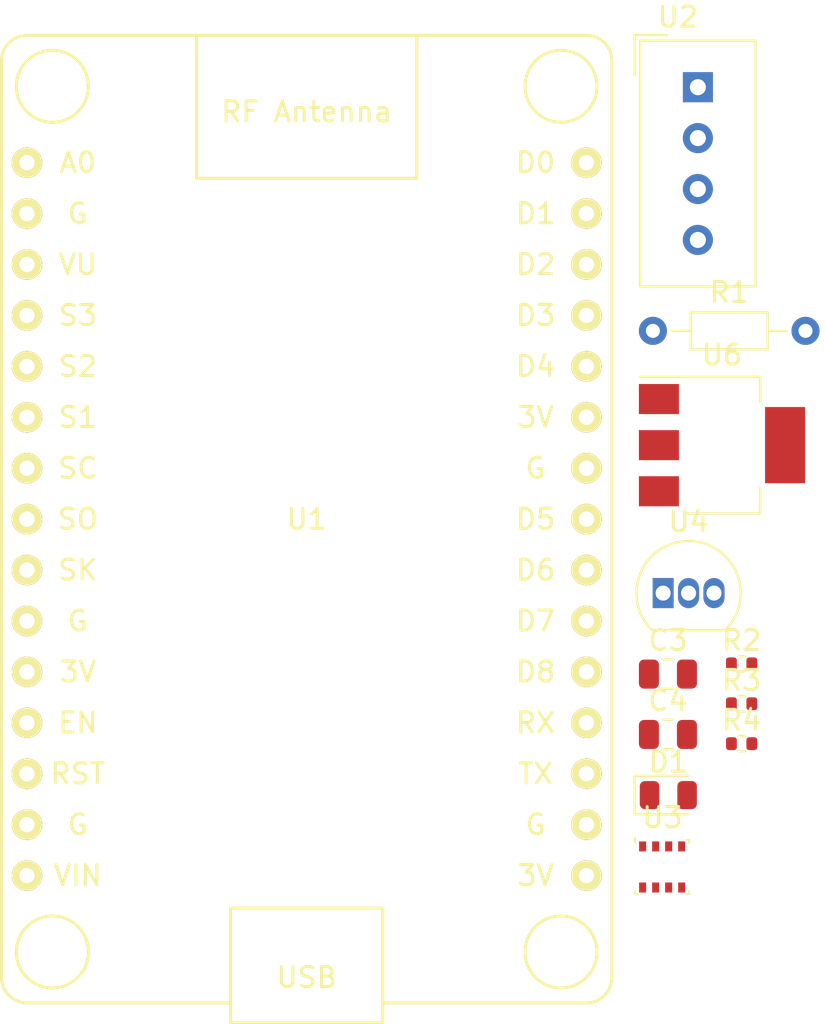
<source format=kicad_pcb>
(kicad_pcb (version 20221018) (generator pcbnew)
  (layers (0 "F.Cu" signal) (31 "B.Cu" signal) (34 "B.Paste" user) (35 "F.Paste" user) (36 "B.SilkS" user "B.Silkscreen") (37 "F.SilkS" user "F.Silkscreen") (38 "B.Mask" user) (39 "F.Mask" user) (44 "Edge.Cuts" user))
  (net 0 "")
  (net 1 "+12V")
  (net 2 "GND")
  (net 3 "+3.3V")
  (net 4 "Net-(D1-K)")
  (net 5 "LDR")
  (net 6 "DS1820")
  (net 30 "BME280_SDA")
  (net 31 "BME280_SCL")
  (net 32 "DHT11")
  (footprint "Package_LGA:Bosch_LGA-8_2.5x2.5mm_P0.65mm_ClockwisePinNumbering" (layer "F.Cu") (at 156.1875 110.89375)
    (fp_text reference "U3" (at 0.015 -2.465) (layer "F.SilkS"))
    (fp_text value "BME280")
    (fp_line (start -1.35 -1.2) (end -1.35 -1.45) (stroke (width 0.1)) (layer "F.SilkS"))
    (fp_line (start -1.35 1.35) (end -1.35 1.2) (stroke (width 0.1)) (layer "F.SilkS"))
    (fp_line (start -1.35 1.36) (end -1.2 1.36) (stroke (width 0.1)) (layer "F.SilkS"))
    (fp_line (start 1.2 -1.35) (end 1.35 -1.35) (stroke (width 0.1)) (layer "F.SilkS"))
    (fp_line (start 1.35 -1.35) (end 1.35 -1.2) (stroke (width 0.1)) (layer "F.SilkS"))
    (fp_line (start 1.35 1.35) (end 1.2 1.35) (stroke (width 0.1)) (layer "F.SilkS"))
    (fp_line (start 1.35 1.35) (end 1.35 1.2) (stroke (width 0.1)) (layer "F.SilkS"))
    (pad "1" smd rect (at -0.975 -1.025 90) (size 0.5 0.35) (layers "F.Cu" "F.Paste" "F.Mask") (net 2 "GND"))
    (pad "2" smd rect (at -0.325 -1.025 90) (size 0.5 0.35) (layers "F.Cu" "F.Paste" "F.Mask"))
    (pad "3" smd rect (at 0.325 -1.025 90) (size 0.5 0.35) (layers "F.Cu" "F.Paste" "F.Mask"))
    (pad "4" smd rect (at 0.975 -1.025 90) (size 0.5 0.35) (layers "F.Cu" "F.Paste" "F.Mask") (net 31 "BME280_SCL"))
    (pad "5" smd rect (at 0.975 1.025 90) (size 0.5 0.35) (layers "F.Cu" "F.Paste" "F.Mask") (net 30 "BME280_SDA"))
    (pad "6" smd rect (at 0.325 1.025 90) (size 0.5 0.35) (layers "F.Cu" "F.Paste" "F.Mask") (net 3 "+3.3V"))
    (pad "7" smd rect (at -0.325 1.025 90) (size 0.5 0.35) (layers "F.Cu" "F.Paste" "F.Mask") (net 2 "GND"))
    (pad "8" smd rect (at -0.975 1.025 90) (size 0.5 0.35) (layers "F.Cu" "F.Paste" "F.Mask") (net 3 "+3.3V"))
  )
  (footprint "Resistor_SMD:R_0402_1005Metric" (layer "F.Cu") (at 160.1575 104.74375)
    (fp_text reference "R4" (at 0 -1.17) (layer "F.SilkS"))
    (fp_text value "4K7")
    (fp_line (start -0.153641 -0.38) (end 0.153641 -0.38) (stroke (width 0.12)) (layer "F.SilkS"))
    (fp_line (start -0.153641 0.38) (end 0.153641 0.38) (stroke (width 0.12)) (layer "F.SilkS"))
    (pad "1" smd roundrect (at -0.51 0) (size 0.54 0.64) (layers "F.Cu" "F.Paste" "F.Mask") (net 3 "+3.3V"))
    (pad "2" smd roundrect (at 0.51 0) (size 0.54 0.64) (layers "F.Cu" "F.Paste" "F.Mask") (net 6 "DS1820"))
  )
  (footprint "Package_TO_SOT_SMD:SOT-223-3_TabPin2" (layer "F.Cu") (at 159.1775 89.85375)
    (fp_text reference "U6" (at 0 -4.5) (layer "F.SilkS"))
    (fp_text value "AMS1117")
    (fp_line (start -4.1 -3.41) (end 1.91 -3.41) (stroke (width 0.12)) (layer "F.SilkS"))
    (fp_line (start -1.85 3.41) (end 1.91 3.41) (stroke (width 0.12)) (layer "F.SilkS"))
    (fp_line (start 1.91 -3.41) (end 1.91 -2.15) (stroke (width 0.12)) (layer "F.SilkS"))
    (fp_line (start 1.91 3.41) (end 1.91 2.15) (stroke (width 0.12)) (layer "F.SilkS"))
    (pad "1" smd rect (at -3.15 -2.3) (size 2 1.5) (layers "F.Cu" "F.Paste" "F.Mask") (net 2 "GND"))
    (pad "2" smd rect (at -3.15 0) (size 2 1.5) (layers "F.Cu" "F.Paste" "F.Mask") (net 3 "+3.3V"))
    (pad "2" smd rect (at 3.15 0) (size 2 3.8) (layers "F.Cu" "F.Paste" "F.Mask") (net 3 "+3.3V"))
    (pad "3" smd rect (at -3.15 2.3) (size 2 1.5) (layers "F.Cu" "F.Paste" "F.Mask") (net 1 "+12V"))
  )
  (footprint "Capacitor_SMD:C_0805_2012Metric" (layer "F.Cu") (at 156.4775 104.28375)
    (fp_text reference "C4" (at 0 -1.68) (layer "F.SilkS"))
    (fp_text value "22u")
    (fp_line (start -0.261252 -0.735) (end 0.261252 -0.735) (stroke (width 0.12)) (layer "F.SilkS"))
    (fp_line (start -0.261252 0.735) (end 0.261252 0.735) (stroke (width 0.12)) (layer "F.SilkS"))
    (pad "1" smd roundrect (at -0.95 0) (size 1 1.45) (layers "F.Cu" "F.Paste" "F.Mask") (net 3 "+3.3V"))
    (pad "2" smd roundrect (at 0.95 0) (size 1 1.45) (layers "F.Cu" "F.Paste" "F.Mask") (net 2 "GND"))
  )
  (footprint "Resistor_THT:R_Axial_DIN0204_L3.6mm_D1.6mm_P7.62mm_Horizontal" (layer "F.Cu") (at 155.7275 84.15375)
    (fp_text reference "R1" (at 3.81 -1.92) (layer "F.SilkS"))
    (fp_text value "R_Photo")
    (fp_line (start 0.94 0) (end 1.89 0) (stroke (width 0.12)) (layer "F.SilkS"))
    (fp_line (start 1.89 -0.92) (end 1.89 0.92) (stroke (width 0.12)) (layer "F.SilkS"))
    (fp_line (start 1.89 0.92) (end 5.73 0.92) (stroke (width 0.12)) (layer "F.SilkS"))
    (fp_line (start 5.73 -0.92) (end 1.89 -0.92) (stroke (width 0.12)) (layer "F.SilkS"))
    (fp_line (start 5.73 0.92) (end 5.73 -0.92) (stroke (width 0.12)) (layer "F.SilkS"))
    (fp_line (start 6.68 0) (end 5.73 0) (stroke (width 0.12)) (layer "F.SilkS"))
    (pad "1" thru_hole circle (at 0 0) (size 1.4 1.4) (drill 0.7) (layers "*.Cu" "*.Mask") (net 5 "LDR"))
    (pad "2" thru_hole oval (at 7.62 0) (size 1.4 1.4) (drill 0.7) (layers "*.Cu" "*.Mask") (net 3 "+3.3V"))
  )
  (footprint "Package_TO_SOT_THT:TO-92_Inline" (layer "F.Cu") (at 156.2375 97.23375)
    (fp_text reference "U4" (at 1.27 -3.56) (layer "F.SilkS"))
    (fp_text value "DS18B20")
    (fp_line (start -0.53 1.85) (end 3.07 1.85) (stroke (width 0.12)) (layer "F.SilkS"))
    (fp_arc (start -0.568478 1.838478) (mid -1.132087 -0.994977) (end 1.27 -2.6) (stroke (width 0.12)) (layer "F.SilkS"))
    (fp_arc (start 1.27 -2.6) (mid 3.672087 -0.994977) (end 3.108478 1.838478) (stroke (width 0.12)) (layer "F.SilkS"))
    (pad "1" thru_hole rect (at 0 0) (size 1.05 1.5) (drill 0.75) (layers "*.Cu" "*.Mask") (net 2 "GND"))
    (pad "2" thru_hole oval (at 1.27 0) (size 1.05 1.5) (drill 0.75) (layers "*.Cu" "*.Mask") (net 6 "DS1820"))
    (pad "3" thru_hole oval (at 2.54 0) (size 1.05 1.5) (drill 0.75) (layers "*.Cu" "*.Mask") (net 3 "+3.3V"))
  )
  (footprint "LED_SMD:LED_0805_2012Metric" (layer "F.Cu") (at 156.4975 107.30875)
    (fp_text reference "D1" (at 0 -1.65) (layer "F.SilkS"))
    (fp_text value "LED")
    (fp_line (start -1.685 -0.96) (end -1.685 0.96) (stroke (width 0.12)) (layer "F.SilkS"))
    (fp_line (start -1.685 0.96) (end 1 0.96) (stroke (width 0.12)) (layer "F.SilkS"))
    (fp_line (start 1 -0.96) (end -1.685 -0.96) (stroke (width 0.12)) (layer "F.SilkS"))
    (pad "1" smd roundrect (at -0.9375 0) (size 0.975 1.4) (layers "F.Cu" "F.Paste" "F.Mask") (net 4 "Net-(D1-K)"))
    (pad "2" smd roundrect (at 0.9375 0) (size 0.975 1.4) (layers "F.Cu" "F.Paste" "F.Mask") (net 3 "+3.3V"))
  )
  (footprint "Sensor:Aosong_DHT11_5.5x12.0_P2.54mm" (layer "F.Cu") (at 157.9725 71.99875)
    (fp_text reference "U2" (at -1 -3.5) (layer "F.SilkS"))
    (fp_text value "DHT11")
    (fp_line (start -3.16 -2.6) (end -3.16 -0.6) (stroke (width 0.12)) (layer "F.SilkS"))
    (fp_line (start -3.16 -2.6) (end -1.55 -2.6) (stroke (width 0.12)) (layer "F.SilkS"))
    (fp_line (start -2.88 9.94) (end -2.88 -2.31) (stroke (width 0.12)) (layer "F.SilkS"))
    (fp_line (start -2.87 -2.32) (end 2.87 -2.32) (stroke (width 0.12)) (layer "F.SilkS"))
    (fp_line (start 2.88 -2.32) (end 2.88 9.94) (stroke (width 0.12)) (layer "F.SilkS"))
    (fp_line (start 2.88 9.94) (end -2.88 9.94) (stroke (width 0.12)) (layer "F.SilkS"))
    (pad "1" thru_hole rect (at 0 0) (size 1.5 1.5) (drill 0.8) (layers "*.Cu" "*.Mask") (net 3 "+3.3V"))
    (pad "2" thru_hole circle (at 0 2.54) (size 1.5 1.5) (drill 0.8) (layers "*.Cu" "*.Mask") (net 32 "DHT11"))
    (pad "3" thru_hole circle (at 0 5.08) (size 1.5 1.5) (drill 0.8) (layers "*.Cu" "*.Mask"))
    (pad "4" thru_hole circle (at 0 7.62) (size 1.5 1.5) (drill 0.8) (layers "*.Cu" "*.Mask") (net 2 "GND"))
  )
  (footprint "Resistor_SMD:R_0402_1005Metric" (layer "F.Cu") (at 160.1575 102.75375)
    (fp_text reference "R3" (at 0 -1.17) (layer "F.SilkS"))
    (fp_text value "10K")
    (fp_line (start -0.153641 -0.38) (end 0.153641 -0.38) (stroke (width 0.12)) (layer "F.SilkS"))
    (fp_line (start -0.153641 0.38) (end 0.153641 0.38) (stroke (width 0.12)) (layer "F.SilkS"))
    (pad "1" smd roundrect (at -0.51 0) (size 0.54 0.64) (layers "F.Cu" "F.Paste" "F.Mask") (net 5 "LDR"))
    (pad "2" smd roundrect (at 0.51 0) (size 0.54 0.64) (layers "F.Cu" "F.Paste" "F.Mask") (net 2 "GND"))
  )
  (footprint "Capacitor_SMD:C_0805_2012Metric" (layer "F.Cu") (at 156.4775 101.27375)
    (fp_text reference "C3" (at 0 -1.68) (layer "F.SilkS"))
    (fp_text value "22u")
    (fp_line (start -0.261252 -0.735) (end 0.261252 -0.735) (stroke (width 0.12)) (layer "F.SilkS"))
    (fp_line (start -0.261252 0.735) (end 0.261252 0.735) (stroke (width 0.12)) (layer "F.SilkS"))
    (pad "1" smd roundrect (at -0.95 0) (size 1 1.45) (layers "F.Cu" "F.Paste" "F.Mask") (net 1 "+12V"))
    (pad "2" smd roundrect (at 0.95 0) (size 1 1.45) (layers "F.Cu" "F.Paste" "F.Mask") (net 2 "GND"))
  )
  (footprint "Resistor_SMD:R_0402_1005Metric" (layer "F.Cu") (at 160.1575 100.76375)
    (fp_text reference "R2" (at 0 -1.17) (layer "F.SilkS"))
    (fp_text value "1K5")
    (fp_line (start -0.153641 -0.38) (end 0.153641 -0.38) (stroke (width 0.12)) (layer "F.SilkS"))
    (fp_line (start -0.153641 0.38) (end 0.153641 0.38) (stroke (width 0.12)) (layer "F.SilkS"))
    (pad "1" smd roundrect (at -0.51 0) (size 0.54 0.64) (layers "F.Cu" "F.Paste" "F.Mask") (net 4 "Net-(D1-K)"))
    (pad "2" smd roundrect (at 0.51 0) (size 0.54 0.64) (layers "F.Cu" "F.Paste" "F.Mask") (net 2 "GND"))
  )
  (footprint "ESP8266:NodeMCU1.0(12-E)" (layer "F.Cu") (at 138.4375 93.54375)
    (fp_text reference "U1" (at 0 0) (layer "F.SilkS"))
    (fp_text value "NodeMCU_1.0_(ESP-12E)")
    (fp_text user "G" (at 11.43 15.24) (layer "F.SilkS"))
    (fp_text user "3V" (at 11.43 -5.08) (layer "F.SilkS"))
    (fp_text user "SO" (at -11.43 0) (layer "F.SilkS"))
    (fp_text user "D6" (at 11.43 2.54) (layer "F.SilkS"))
    (fp_text user "D3" (at 11.43 -10.16) (layer "F.SilkS"))
    (fp_text user "TX" (at 11.43 12.7) (layer "F.SilkS"))
    (fp_text user "D5" (at 11.43 0) (layer "F.SilkS"))
    (fp_text user "A0" (at -11.43 -17.78) (layer "F.SilkS"))
    (fp_text user "G" (at -11.43 5.08) (layer "F.SilkS"))
    (fp_text user "EN" (at -11.43 10.16) (layer "F.SilkS"))
    (fp_text user "SK" (at -11.43 2.54) (layer "F.SilkS"))
    (fp_text user "S2" (at -11.43 -7.62) (layer "F.SilkS"))
    (fp_text user "VIN" (at -11.43 17.78) (layer "F.SilkS"))
    (fp_text user "D1" (at 11.43 -15.24) (layer "F.SilkS"))
    (fp_text user "S3" (at -11.43 -10.16) (layer "F.SilkS"))
    (fp_text user "RF Antenna" (at 0 -20.32) (layer "F.SilkS"))
    (fp_text user "D2" (at 11.43 -12.7) (layer "F.SilkS"))
    (fp_text user "S1" (at -11.43 -5.08) (layer "F.SilkS"))
    (fp_text user "G" (at -11.43 15.24) (layer "F.SilkS"))
    (fp_text user "D8" (at 11.43 7.62) (layer "F.SilkS"))
    (fp_text user "3V" (at -11.43 7.62) (layer "F.SilkS"))
    (fp_text user "RX" (at 11.43 10.16) (layer "F.SilkS"))
    (fp_text user "D0" (at 11.43 -17.78) (layer "F.SilkS"))
    (fp_text user "D4" (at 11.43 -7.62) (layer "F.SilkS"))
    (fp_text user "VU" (at -11.43 -12.7) (layer "F.SilkS"))
    (fp_text user "SC" (at -11.43 -2.54) (layer "F.SilkS"))
    (fp_text user "RST" (at -11.43 12.7) (layer "F.SilkS"))
    (fp_text user "USB" (at 0 22.86) (layer "F.SilkS"))
    (fp_text user "G" (at 11.43 -2.54) (layer "F.SilkS"))
    (fp_text user "3V" (at 11.43 17.78) (layer "F.SilkS"))
    (fp_text user "G" (at -11.43 -15.24) (layer "F.SilkS"))
    (fp_text user "D7" (at 11.43 5.08) (layer "F.SilkS"))
    (fp_line (start -15.24 -22.86) (end -15.24 22.86) (stroke (width 0.15)) (layer "F.SilkS"))
    (fp_line (start -5.5 -17) (end -5.5 -24.13) (stroke (width 0.15)) (layer "F.SilkS"))
    (fp_line (start -3.8 19.4) (end 3.8 19.4) (stroke (width 0.15)) (layer "F.SilkS"))
    (fp_line (start -3.8 24.13) (end -13.97 24.13) (stroke (width 0.15)) (layer "F.SilkS"))
    (fp_line (start -3.8 25.13) (end -3.8 19.4) (stroke (width 0.15)) (layer "F.SilkS"))
    (fp_line (start 3.8 19.4) (end 3.8 25.13) (stroke (width 0.15)) (layer "F.SilkS"))
    (fp_line (start 3.8 25.13) (end -3.8 25.13) (stroke (width 0.15)) (layer "F.SilkS"))
    (fp_line (start 5.5 -24.13) (end 5.5 -17) (stroke (width 0.15)) (layer "F.SilkS"))
    (fp_line (start 5.5 -17) (end -5.5 -17) (stroke (width 0.15)) (layer "F.SilkS"))
    (fp_line (start 13.97 -24.13) (end -13.97 -24.13) (stroke (width 0.15)) (layer "F.SilkS"))
    (fp_line (start 13.98 24.13) (end 3.81 24.13) (stroke (width 0.15)) (layer "F.SilkS"))
    (fp_line (start 15.24 -22.86) (end 15.24 22.86) (stroke (width 0.15)) (layer "F.SilkS"))
    (fp_arc (start -15.24 -22.86) (mid -14.868026 -23.758026) (end -13.97 -24.13) (stroke (width 0.15)) (layer "F.SilkS"))
    (fp_arc (start -13.97 24.13) (mid -14.868026 23.758026) (end -15.24 22.86) (stroke (width 0.15)) (layer "F.SilkS"))
    (fp_arc (start 13.97 -24.13) (mid 14.868026 -23.758026) (end 15.24 -22.86) (stroke (width 0.15)) (layer "F.SilkS"))
    (fp_arc (start 15.24 22.86) (mid 14.868026 23.758026) (end 13.97 24.13) (stroke (width 0.15)) (layer "F.SilkS"))
    (fp_circle (center -12.7 -21.59) (end -11.43 -22.86) (stroke (width 0.15)) (fill none) (layer "F.SilkS"))
    (fp_circle (center -12.7 21.59) (end -11.43 20.32) (stroke (width 0.15)) (fill none) (layer "F.SilkS"))
    (fp_circle (center 12.7 -21.59) (end 13.97 -22.86) (stroke (width 0.15)) (fill none) (layer "F.SilkS"))
    (fp_circle (center 12.7 21.59) (end 13.97 20.32) (stroke (width 0.15)) (fill none) (layer "F.SilkS"))
    (pad "1" thru_hole circle (at -13.97 -17.78) (size 1.524 1.524) (drill 0.762) (layers "*.Cu" "*.Mask" "F.SilkS") (net 5 "LDR"))
    (pad "2" thru_hole circle (at -13.97 -15.24) (size 1.524 1.524) (drill 0.762) (layers "*.Cu" "*.Mask" "F.SilkS"))
    (pad "3" thru_hole circle (at -13.97 -12.7) (size 1.524 1.524) (drill 0.762) (layers "*.Cu" "*.Mask" "F.SilkS"))
    (pad "4" thru_hole circle (at -13.97 -10.16) (size 1.524 1.524) (drill 0.762) (layers "*.Cu" "*.Mask" "F.SilkS"))
    (pad "5" thru_hole circle (at -13.97 -7.62) (size 1.524 1.524) (drill 0.762) (layers "*.Cu" "*.Mask" "F.SilkS"))
    (pad "6" thru_hole circle (at -13.97 -5.08) (size 1.524 1.524) (drill 0.762) (layers "*.Cu" "*.Mask" "F.SilkS"))
    (pad "7" thru_hole circle (at -13.97 -2.54) (size 1.524 1.524) (drill 0.762) (layers "*.Cu" "*.Mask" "F.SilkS"))
    (pad "8" thru_hole circle (at -13.97 0) (size 1.524 1.524) (drill 0.762) (layers "*.Cu" "*.Mask" "F.SilkS"))
    (pad "9" thru_hole circle (at -13.97 2.54) (size 1.524 1.524) (drill 0.762) (layers "*.Cu" "*.Mask" "F.SilkS"))
    (pad "10" thru_hole circle (at -13.97 5.08) (size 1.524 1.524) (drill 0.762) (layers "*.Cu" "*.Mask" "F.SilkS"))
    (pad "11" thru_hole circle (at -13.97 7.62) (size 1.524 1.524) (drill 0.762) (layers "*.Cu" "*.Mask" "F.SilkS"))
    (pad "12" thru_hole circle (at -13.97 10.16) (size 1.524 1.524) (drill 0.762) (layers "*.Cu" "*.Mask" "F.SilkS"))
    (pad "13" thru_hole circle (at -13.97 12.7) (size 1.524 1.524) (drill 0.762) (layers "*.Cu" "*.Mask" "F.SilkS"))
    (pad "14" thru_hole circle (at -13.97 15.24) (size 1.524 1.524) (drill 0.762) (layers "*.Cu" "*.Mask" "F.SilkS") (net 2 "GND"))
    (pad "15" thru_hole circle (at -13.97 17.78) (size 1.524 1.524) (drill 0.762) (layers "*.Cu" "*.Mask" "F.SilkS") (net 3 "+3.3V"))
    (pad "16" thru_hole circle (at 13.97 17.78) (size 1.524 1.524) (drill 0.762) (layers "*.Cu" "*.Mask" "F.SilkS"))
    (pad "17" thru_hole circle (at 13.97 15.24) (size 1.524 1.524) (drill 0.762) (layers "*.Cu" "*.Mask" "F.SilkS"))
    (pad "18" thru_hole circle (at 13.97 12.7) (size 1.524 1.524) (drill 0.762) (layers "*.Cu" "*.Mask" "F.SilkS"))
    (pad "19" thru_hole circle (at 13.97 10.16) (size 1.524 1.524) (drill 0.762) (layers "*.Cu" "*.Mask" "F.SilkS"))
    (pad "20" thru_hole circle (at 13.97 7.62) (size 1.524 1.524) (drill 0.762) (layers "*.Cu" "*.Mask" "F.SilkS"))
    (pad "21" thru_hole circle (at 13.97 5.08) (size 1.524 1.524) (drill 0.762) (layers "*.Cu" "*.Mask" "F.SilkS"))
    (pad "22" thru_hole circle (at 13.97 2.54) (size 1.524 1.524) (drill 0.762) (layers "*.Cu" "*.Mask" "F.SilkS"))
    (pad "23" thru_hole circle (at 13.97 0) (size 1.524 1.524) (drill 0.762) (layers "*.Cu" "*.Mask" "F.SilkS"))
    (pad "24" thru_hole circle (at 13.97 -2.54) (size 1.524 1.524) (drill 0.762) (layers "*.Cu" "*.Mask" "F.SilkS"))
    (pad "25" thru_hole circle (at 13.97 -5.08) (size 1.524 1.524) (drill 0.762) (layers "*.Cu" "*.Mask" "F.SilkS"))
    (pad "26" thru_hole circle (at 13.97 -7.62) (size 1.524 1.524) (drill 0.762) (layers "*.Cu" "*.Mask" "F.SilkS"))
    (pad "27" thru_hole circle (at 13.97 -10.16) (size 1.524 1.524) (drill 0.762) (layers "*.Cu" "*.Mask" "F.SilkS") (net 6 "DS1820"))
    (pad "28" thru_hole circle (at 13.97 -12.7) (size 1.524 1.524) (drill 0.762) (layers "*.Cu" "*.Mask" "F.SilkS") (net 30 "BME280_SDA"))
    (pad "29" thru_hole circle (at 13.97 -15.24) (size 1.524 1.524) (drill 0.762) (layers "*.Cu" "*.Mask" "F.SilkS") (net 31 "BME280_SCL"))
    (pad "30" thru_hole circle (at 13.97 -17.78) (size 1.524 1.524) (drill 0.762) (layers "*.Cu" "*.Mask" "F.SilkS") (net 32 "DHT11"))
  )
)
</source>
